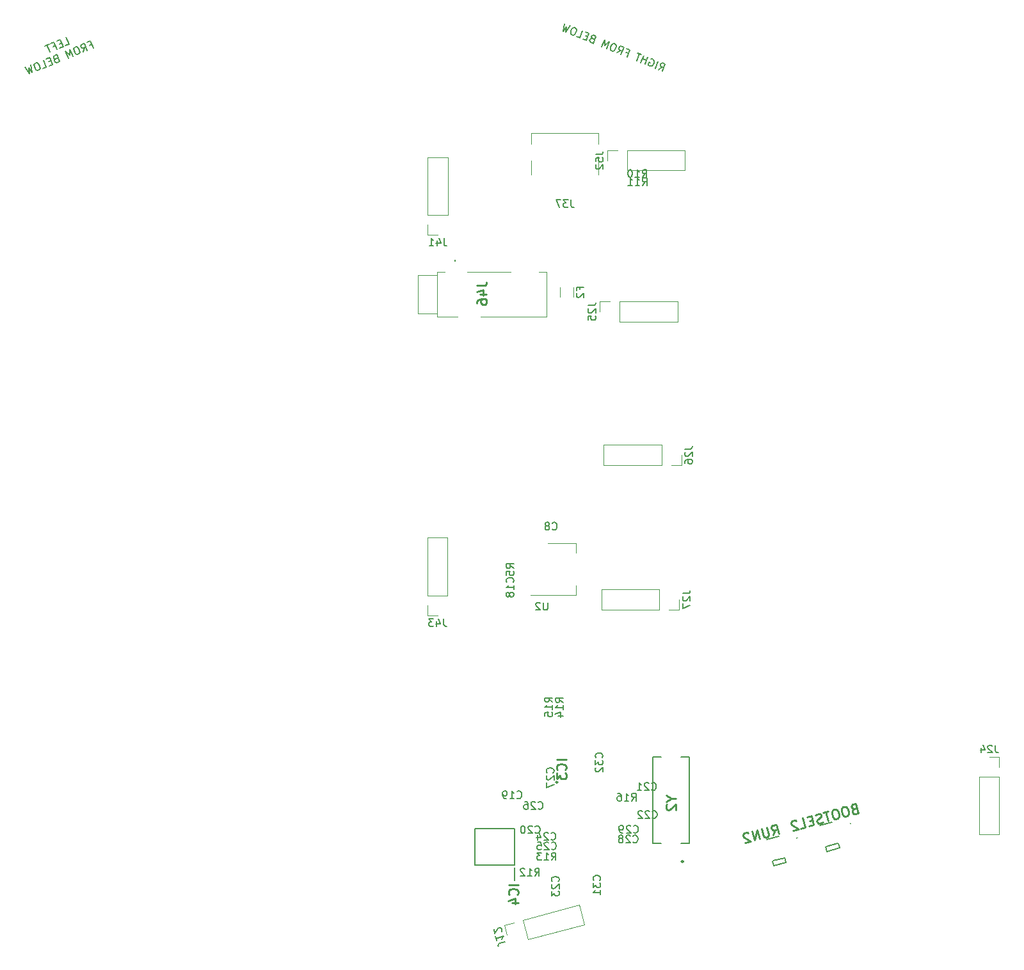
<source format=gbr>
G04 #@! TF.GenerationSoftware,KiCad,Pcbnew,(5.1.4)-1*
G04 #@! TF.CreationDate,2023-02-10T21:18:41-05:00*
G04 #@! TF.ProjectId,ThumbsUp,5468756d-6273-4557-902e-6b696361645f,rev?*
G04 #@! TF.SameCoordinates,Original*
G04 #@! TF.FileFunction,Legend,Bot*
G04 #@! TF.FilePolarity,Positive*
%FSLAX46Y46*%
G04 Gerber Fmt 4.6, Leading zero omitted, Abs format (unit mm)*
G04 Created by KiCad (PCBNEW (5.1.4)-1) date 2023-02-10 21:18:41*
%MOMM*%
%LPD*%
G04 APERTURE LIST*
%ADD10C,0.150000*%
%ADD11C,0.120000*%
%ADD12C,0.200000*%
%ADD13C,0.100000*%
%ADD14C,0.254000*%
G04 APERTURE END LIST*
D10*
X184629295Y-358825026D02*
X185116740Y-358508379D01*
X185159114Y-359039087D02*
X185533721Y-358111903D01*
X185180508Y-357969196D01*
X185074366Y-357977671D01*
X185012376Y-358003984D01*
X184932548Y-358074449D01*
X184879033Y-358206904D01*
X184887508Y-358313045D01*
X184913821Y-358375035D01*
X184984286Y-358454864D01*
X185337499Y-358597571D01*
X184231931Y-358664481D02*
X184606537Y-357737297D01*
X183661515Y-357406842D02*
X183767657Y-357398367D01*
X183900111Y-357451882D01*
X184014728Y-357549549D01*
X184067354Y-357673529D01*
X184075829Y-357779671D01*
X184048627Y-357974116D01*
X183995112Y-358106570D01*
X183879607Y-358265338D01*
X183799778Y-358335803D01*
X183675798Y-358388430D01*
X183525505Y-358379066D01*
X183437202Y-358343389D01*
X183322585Y-358245722D01*
X183296272Y-358183732D01*
X183421141Y-357874671D01*
X183597747Y-357946025D01*
X182863231Y-358111490D02*
X183237837Y-357184306D01*
X183059453Y-357625822D02*
X182529634Y-357411761D01*
X182333411Y-357897429D02*
X182708018Y-356970245D01*
X182398957Y-356845376D02*
X181869137Y-356631315D01*
X181759440Y-357665530D02*
X182134047Y-356738346D01*
X180366205Y-356537679D02*
X180675266Y-356662548D01*
X180479044Y-357148216D02*
X180853650Y-356221032D01*
X180412134Y-356042648D01*
X179154495Y-356613064D02*
X179641941Y-356296416D01*
X179684315Y-356827124D02*
X180058921Y-355899941D01*
X179705708Y-355757233D01*
X179599567Y-355765708D01*
X179537577Y-355792021D01*
X179457748Y-355862486D01*
X179404233Y-355994941D01*
X179412708Y-356101083D01*
X179439021Y-356163073D01*
X179509486Y-356242901D01*
X179862699Y-356385608D01*
X178955131Y-355453980D02*
X178778524Y-355382627D01*
X178672383Y-355391102D01*
X178548403Y-355443728D01*
X178432897Y-355602496D01*
X178308029Y-355911557D01*
X178280827Y-356106002D01*
X178333453Y-356229982D01*
X178403918Y-356309811D01*
X178580524Y-356381164D01*
X178686666Y-356372689D01*
X178810646Y-356320063D01*
X178926151Y-356161295D01*
X179051020Y-355852234D01*
X179078222Y-355657789D01*
X179025596Y-355533809D01*
X178955131Y-355453980D01*
X177785795Y-356060073D02*
X178160402Y-355132889D01*
X177583764Y-355670294D01*
X177542279Y-354883151D01*
X177167673Y-355810335D01*
X175906892Y-354736000D02*
X175756599Y-354726636D01*
X175694609Y-354752949D01*
X175614780Y-354823414D01*
X175561265Y-354955869D01*
X175569740Y-355062011D01*
X175596053Y-355124001D01*
X175666518Y-355203829D01*
X176019731Y-355346536D01*
X176394337Y-354419353D01*
X176085276Y-354294484D01*
X175979134Y-354302959D01*
X175917144Y-354329272D01*
X175837316Y-354399737D01*
X175801639Y-354488040D01*
X175810114Y-354594181D01*
X175836427Y-354656171D01*
X175906892Y-354736000D01*
X176215953Y-354860869D01*
X175288769Y-354486262D02*
X174979708Y-354361393D01*
X174651031Y-354793546D02*
X175092547Y-354971930D01*
X175467153Y-354044746D01*
X175025637Y-353866362D01*
X173812150Y-354454616D02*
X174253666Y-354633000D01*
X174628273Y-353705816D01*
X173701089Y-353331210D02*
X173524483Y-353259856D01*
X173418341Y-353268331D01*
X173294361Y-353320957D01*
X173178856Y-353479725D01*
X173053987Y-353788787D01*
X173026785Y-353983231D01*
X173079411Y-354107211D01*
X173149876Y-354187040D01*
X173326482Y-354258394D01*
X173432624Y-354249919D01*
X173556604Y-354197292D01*
X173672109Y-354038524D01*
X173796978Y-353729463D01*
X173824180Y-353535018D01*
X173771554Y-353411038D01*
X173701089Y-353331210D01*
X172994663Y-353045795D02*
X172399299Y-353883787D01*
X172490268Y-353150159D01*
X172046086Y-353741080D01*
X172199934Y-352724704D01*
X106206513Y-355673139D02*
X106648029Y-355494755D01*
X106273422Y-354567571D01*
X105701229Y-355312340D02*
X105392167Y-355437209D01*
X105455935Y-355976392D02*
X105897451Y-355798008D01*
X105522845Y-354870824D01*
X105081329Y-355049208D01*
X104553287Y-355776139D02*
X104862348Y-355651270D01*
X105058571Y-356136938D02*
X104683964Y-355209754D01*
X104242448Y-355388138D01*
X104021690Y-355477330D02*
X103491870Y-355691391D01*
X104131387Y-356511545D02*
X103756780Y-355584361D01*
X109365791Y-355611343D02*
X109674852Y-355486474D01*
X109871075Y-355972142D02*
X109496468Y-355044958D01*
X109054952Y-355223342D01*
X108546526Y-356507294D02*
X108677204Y-355940909D01*
X109076346Y-356293233D02*
X108701739Y-355366050D01*
X108348526Y-355508757D01*
X108278061Y-355588585D01*
X108251748Y-355650575D01*
X108243273Y-355756717D01*
X108296789Y-355889172D01*
X108376617Y-355959637D01*
X108438607Y-355985950D01*
X108544749Y-355994425D01*
X108897962Y-355851717D01*
X107597949Y-355812010D02*
X107421342Y-355883364D01*
X107350878Y-355963192D01*
X107298251Y-356087172D01*
X107325453Y-356281617D01*
X107450322Y-356590678D01*
X107565827Y-356749446D01*
X107689807Y-356802073D01*
X107795949Y-356810547D01*
X107972555Y-356739194D01*
X108043020Y-356659365D01*
X108095647Y-356535385D01*
X108068445Y-356340940D01*
X107943576Y-356031879D01*
X107828071Y-355873111D01*
X107704090Y-355820485D01*
X107597949Y-355812010D01*
X107177826Y-357060285D02*
X106803220Y-356133101D01*
X106761735Y-356920244D01*
X106185097Y-356382839D01*
X106559704Y-357310023D01*
X104906478Y-357413023D02*
X104791862Y-357510689D01*
X104765549Y-357572679D01*
X104757074Y-357678821D01*
X104810589Y-357811276D01*
X104890417Y-357881741D01*
X104952407Y-357908054D01*
X105058549Y-357916529D01*
X105411762Y-357773821D01*
X105037155Y-356846638D01*
X104728094Y-356971506D01*
X104657629Y-357051335D01*
X104631316Y-357113325D01*
X104622841Y-357219467D01*
X104658518Y-357307770D01*
X104738346Y-357378235D01*
X104800337Y-357404548D01*
X104906478Y-357413023D01*
X105215539Y-357288154D01*
X104288356Y-357662760D02*
X103979294Y-357787629D01*
X104043062Y-358326812D02*
X104484578Y-358148428D01*
X104109971Y-357221244D01*
X103668455Y-357399628D01*
X103204181Y-358665742D02*
X103645697Y-358487358D01*
X103271091Y-357560174D01*
X102343907Y-357934781D02*
X102167301Y-358006134D01*
X102096836Y-358085963D01*
X102044209Y-358209943D01*
X102071411Y-358404388D01*
X102196280Y-358713449D01*
X102311785Y-358872217D01*
X102435766Y-358924843D01*
X102541907Y-358933318D01*
X102718514Y-358861964D01*
X102788978Y-358782136D01*
X102841605Y-358658156D01*
X102814403Y-358463711D01*
X102689534Y-358154650D01*
X102574029Y-357995882D01*
X102450049Y-357943255D01*
X102343907Y-357934781D01*
X101637481Y-358220195D02*
X101791330Y-359236571D01*
X101347147Y-358645650D01*
X101438117Y-359379278D01*
X100842752Y-358541286D01*
D11*
X167805000Y-372720000D02*
X167805000Y-370920000D01*
X167805000Y-367210000D02*
X167805000Y-368670000D01*
X176745000Y-367210000D02*
X176745000Y-368670000D01*
X176745000Y-372720000D02*
X176745000Y-370920000D01*
X176745000Y-367210000D02*
X167805000Y-367210000D01*
X154128726Y-380710794D02*
X155458726Y-380710794D01*
X154128726Y-379380794D02*
X154128726Y-380710794D01*
X154128726Y-378110794D02*
X156788726Y-378110794D01*
X156788726Y-378110794D02*
X156788726Y-370430794D01*
X154128726Y-378110794D02*
X154128726Y-370430794D01*
X154128726Y-370430794D02*
X156788726Y-370430794D01*
D12*
X157750000Y-384150000D02*
G75*
G03X157750000Y-384050000I0J50000D01*
G01*
X157750000Y-384050000D02*
G75*
G03X157750000Y-384150000I0J-50000D01*
G01*
X157750000Y-384150000D02*
G75*
G03X157750000Y-384050000I0J50000D01*
G01*
X157750000Y-384050000D02*
X157750000Y-384050000D01*
X157750000Y-384150000D02*
X157750000Y-384150000D01*
X157750000Y-384050000D02*
X157750000Y-384050000D01*
D13*
X159350000Y-385575000D02*
X165100000Y-385575000D01*
X159350000Y-385575000D02*
X159350000Y-385575000D01*
X165100000Y-385575000D02*
X159350000Y-385575000D01*
X165100000Y-385575000D02*
X165100000Y-385575000D01*
X168850000Y-385575000D02*
X169850000Y-385575000D01*
X168850000Y-385575000D02*
X168850000Y-385575000D01*
X169850000Y-385575000D02*
X168850000Y-385575000D01*
X169850000Y-385575000D02*
X169850000Y-385575000D01*
X169850000Y-391575000D02*
X169850000Y-391575000D01*
X169850000Y-385575000D02*
X169850000Y-391575000D01*
X169850000Y-385575000D02*
X169850000Y-385575000D01*
X169850000Y-391575000D02*
X169850000Y-385575000D01*
X169850000Y-391575000D02*
X161100000Y-391575000D01*
X169850000Y-391575000D02*
X169850000Y-391575000D01*
X161100000Y-391575000D02*
X169850000Y-391575000D01*
X161100000Y-391575000D02*
X161100000Y-391575000D01*
X158100000Y-391575000D02*
X155350000Y-391575000D01*
X158100000Y-391575000D02*
X158100000Y-391575000D01*
X155350000Y-391575000D02*
X158100000Y-391575000D01*
X155350000Y-391575000D02*
X155350000Y-391575000D01*
X155350000Y-391100000D02*
X155350000Y-391100000D01*
X155350000Y-391575000D02*
X155350000Y-391100000D01*
X155350000Y-391575000D02*
X155350000Y-391575000D01*
X155350000Y-391100000D02*
X155350000Y-391575000D01*
X152850000Y-386050000D02*
X155350000Y-386050000D01*
X152850000Y-391075000D02*
X152850000Y-386050000D01*
X155350000Y-391075000D02*
X152850000Y-391075000D01*
X155350000Y-386050000D02*
X155350000Y-391075000D01*
X155350000Y-385575000D02*
X155350000Y-385575000D01*
X155350000Y-386050000D02*
X155350000Y-385575000D01*
X155350000Y-386050000D02*
X155350000Y-386050000D01*
X155350000Y-385575000D02*
X155350000Y-386050000D01*
X155350000Y-385575000D02*
X156350000Y-385575000D01*
X155350000Y-385575000D02*
X155350000Y-385575000D01*
X156350000Y-385575000D02*
X155350000Y-385575000D01*
X156350000Y-385575000D02*
X156350000Y-385575000D01*
D11*
X154082019Y-431060280D02*
X155412019Y-431060280D01*
X154082019Y-429730280D02*
X154082019Y-431060280D01*
X154082019Y-428460280D02*
X156742019Y-428460280D01*
X156742019Y-428460280D02*
X156742019Y-420780280D01*
X154082019Y-428460280D02*
X154082019Y-420780280D01*
X154082019Y-420780280D02*
X156742019Y-420780280D01*
X177880000Y-369530000D02*
X177880000Y-370860000D01*
X179210000Y-369530000D02*
X177880000Y-369530000D01*
X180480000Y-369530000D02*
X180480000Y-372190000D01*
X180480000Y-372190000D02*
X188160000Y-372190000D01*
X180480000Y-369530000D02*
X188160000Y-369530000D01*
X188160000Y-369530000D02*
X188160000Y-372190000D01*
D13*
X209949385Y-458605965D02*
G75*
G03X210045977Y-458580083I48296J12941D01*
G01*
X210045977Y-458580083D02*
G75*
G03X209949385Y-458605965I-48296J-12941D01*
G01*
X210045977Y-458580083D02*
X210045977Y-458580083D01*
X209949385Y-458605965D02*
X209949385Y-458605965D01*
D12*
X207623763Y-458426774D02*
X206029985Y-458853826D01*
X208374338Y-461227959D02*
X206828857Y-461642070D01*
X206948793Y-462282862D02*
X206780561Y-461655011D01*
X208590867Y-461842870D02*
X206948793Y-462282862D01*
X208422635Y-461215018D02*
X208590867Y-461842870D01*
X165580000Y-466125000D02*
X165580000Y-464475000D01*
X160360000Y-464125000D02*
X165640000Y-464125000D01*
X160360000Y-459275000D02*
X160360000Y-464125000D01*
X165640000Y-459275000D02*
X160360000Y-459275000D01*
X165640000Y-464125000D02*
X165640000Y-459275000D01*
D11*
X164222759Y-472042071D02*
X164566989Y-473326752D01*
X165507441Y-471697842D02*
X164222759Y-472042071D01*
X166734166Y-471369141D02*
X167422625Y-473938504D01*
X167422625Y-473938504D02*
X174840935Y-471950774D01*
X166734166Y-471369141D02*
X174152477Y-469381411D01*
X174152477Y-469381411D02*
X174840935Y-471950774D01*
D14*
X171300000Y-453125000D02*
G75*
G03X171300000Y-453125000I-100000J0D01*
G01*
X187935880Y-463630000D02*
G75*
G03X187935880Y-463630000I-125880J0D01*
G01*
D12*
X188700000Y-449825000D02*
X187600000Y-449825000D01*
X183900000Y-449825000D02*
X185000000Y-449825000D01*
X183900000Y-461225000D02*
X185000000Y-461225000D01*
X188700000Y-461225000D02*
X187600000Y-461225000D01*
X183900000Y-461225000D02*
X183900000Y-449825000D01*
X188700000Y-461225000D02*
X188700000Y-449825000D01*
D11*
X176882025Y-389530322D02*
X176882025Y-390860322D01*
X178212025Y-389530322D02*
X176882025Y-389530322D01*
X179482025Y-389530322D02*
X179482025Y-392190322D01*
X179482025Y-392190322D02*
X187162025Y-392190322D01*
X179482025Y-389530322D02*
X187162025Y-389530322D01*
X187162025Y-389530322D02*
X187162025Y-392190322D01*
X229742025Y-449780322D02*
X228412025Y-449780322D01*
X229742025Y-451110322D02*
X229742025Y-449780322D01*
X229742025Y-452380322D02*
X227082025Y-452380322D01*
X227082025Y-452380322D02*
X227082025Y-460060322D01*
X229742025Y-452380322D02*
X229742025Y-460060322D01*
X229742025Y-460060322D02*
X227082025Y-460060322D01*
X187689012Y-411172011D02*
X187689012Y-409842011D01*
X186359012Y-411172011D02*
X187689012Y-411172011D01*
X185089012Y-411172011D02*
X185089012Y-408512011D01*
X185089012Y-408512011D02*
X177409012Y-408512011D01*
X185089012Y-411172011D02*
X177409012Y-411172011D01*
X177409012Y-411172011D02*
X177409012Y-408512011D01*
X187386722Y-430287847D02*
X187386722Y-428957847D01*
X186056722Y-430287847D02*
X187386722Y-430287847D01*
X184786722Y-430287847D02*
X184786722Y-427627847D01*
X184786722Y-427627847D02*
X177106722Y-427627847D01*
X184786722Y-430287847D02*
X177106722Y-430287847D01*
X177106722Y-430287847D02*
X177106722Y-427627847D01*
X167750000Y-428335000D02*
X173760000Y-428335000D01*
X170000000Y-421515000D02*
X173760000Y-421515000D01*
X173760000Y-428335000D02*
X173760000Y-427075000D01*
X173760000Y-421515000D02*
X173760000Y-422775000D01*
D13*
X202899385Y-460505965D02*
G75*
G03X202995977Y-460480083I48296J12941D01*
G01*
X202995977Y-460480083D02*
G75*
G03X202899385Y-460505965I-48296J-12941D01*
G01*
X202995977Y-460480083D02*
X202995977Y-460480083D01*
X202899385Y-460505965D02*
X202899385Y-460505965D01*
D12*
X200573763Y-460326774D02*
X198979985Y-460753826D01*
X201324338Y-463127959D02*
X199778857Y-463542070D01*
X199898793Y-464182862D02*
X199730561Y-463555011D01*
X201540867Y-463742870D02*
X199898793Y-464182862D01*
X201372635Y-463115018D02*
X201540867Y-463742870D01*
D11*
X171615000Y-388877064D02*
X171615000Y-387672936D01*
X173435000Y-388877064D02*
X173435000Y-387672936D01*
D10*
X165532380Y-424833333D02*
X165056190Y-424500000D01*
X165532380Y-424261904D02*
X164532380Y-424261904D01*
X164532380Y-424642857D01*
X164580000Y-424738095D01*
X164627619Y-424785714D01*
X164722857Y-424833333D01*
X164865714Y-424833333D01*
X164960952Y-424785714D01*
X165008571Y-424738095D01*
X165056190Y-424642857D01*
X165056190Y-424261904D01*
X164532380Y-425738095D02*
X164532380Y-425261904D01*
X165008571Y-425214285D01*
X164960952Y-425261904D01*
X164913333Y-425357142D01*
X164913333Y-425595238D01*
X164960952Y-425690476D01*
X165008571Y-425738095D01*
X165103809Y-425785714D01*
X165341904Y-425785714D01*
X165437142Y-425738095D01*
X165484761Y-425690476D01*
X165532380Y-425595238D01*
X165532380Y-425357142D01*
X165484761Y-425261904D01*
X165437142Y-425214285D01*
X173084523Y-376082380D02*
X173084523Y-376796666D01*
X173132142Y-376939523D01*
X173227380Y-377034761D01*
X173370238Y-377082380D01*
X173465476Y-377082380D01*
X172703571Y-376082380D02*
X172084523Y-376082380D01*
X172417857Y-376463333D01*
X172275000Y-376463333D01*
X172179761Y-376510952D01*
X172132142Y-376558571D01*
X172084523Y-376653809D01*
X172084523Y-376891904D01*
X172132142Y-376987142D01*
X172179761Y-377034761D01*
X172275000Y-377082380D01*
X172560714Y-377082380D01*
X172655952Y-377034761D01*
X172703571Y-376987142D01*
X171751190Y-376082380D02*
X171084523Y-376082380D01*
X171513095Y-377082380D01*
X156268249Y-381163174D02*
X156268249Y-381877460D01*
X156315868Y-382020317D01*
X156411106Y-382115555D01*
X156553964Y-382163174D01*
X156649202Y-382163174D01*
X155363487Y-381496508D02*
X155363487Y-382163174D01*
X155601583Y-381115555D02*
X155839678Y-381829841D01*
X155220630Y-381829841D01*
X154315868Y-382163174D02*
X154887297Y-382163174D01*
X154601583Y-382163174D02*
X154601583Y-381163174D01*
X154696821Y-381306032D01*
X154792059Y-381401270D01*
X154887297Y-381448889D01*
D14*
X160654523Y-387421904D02*
X161561666Y-387421904D01*
X161743095Y-387361428D01*
X161864047Y-387240476D01*
X161924523Y-387059047D01*
X161924523Y-386938095D01*
X161077857Y-388570952D02*
X161924523Y-388570952D01*
X160594047Y-388268571D02*
X161501190Y-387966190D01*
X161501190Y-388752380D01*
X160654523Y-389780476D02*
X160654523Y-389538571D01*
X160715000Y-389417619D01*
X160775476Y-389357142D01*
X160956904Y-389236190D01*
X161198809Y-389175714D01*
X161682619Y-389175714D01*
X161803571Y-389236190D01*
X161864047Y-389296666D01*
X161924523Y-389417619D01*
X161924523Y-389659523D01*
X161864047Y-389780476D01*
X161803571Y-389840952D01*
X161682619Y-389901428D01*
X161380238Y-389901428D01*
X161259285Y-389840952D01*
X161198809Y-389780476D01*
X161138333Y-389659523D01*
X161138333Y-389417619D01*
X161198809Y-389296666D01*
X161259285Y-389236190D01*
X161380238Y-389175714D01*
D10*
X156221542Y-431512660D02*
X156221542Y-432226946D01*
X156269161Y-432369803D01*
X156364399Y-432465041D01*
X156507257Y-432512660D01*
X156602495Y-432512660D01*
X155316780Y-431845994D02*
X155316780Y-432512660D01*
X155554876Y-431465041D02*
X155792971Y-432179327D01*
X155173923Y-432179327D01*
X154888209Y-431512660D02*
X154269161Y-431512660D01*
X154602495Y-431893613D01*
X154459638Y-431893613D01*
X154364399Y-431941232D01*
X154316780Y-431988851D01*
X154269161Y-432084089D01*
X154269161Y-432322184D01*
X154316780Y-432417422D01*
X154364399Y-432465041D01*
X154459638Y-432512660D01*
X154745352Y-432512660D01*
X154840590Y-432465041D01*
X154888209Y-432417422D01*
X176332380Y-370050476D02*
X177046666Y-370050476D01*
X177189523Y-370002857D01*
X177284761Y-369907619D01*
X177332380Y-369764761D01*
X177332380Y-369669523D01*
X176332380Y-371002857D02*
X176332380Y-370526666D01*
X176808571Y-370479047D01*
X176760952Y-370526666D01*
X176713333Y-370621904D01*
X176713333Y-370860000D01*
X176760952Y-370955238D01*
X176808571Y-371002857D01*
X176903809Y-371050476D01*
X177141904Y-371050476D01*
X177237142Y-371002857D01*
X177284761Y-370955238D01*
X177332380Y-370860000D01*
X177332380Y-370621904D01*
X177284761Y-370526666D01*
X177237142Y-370479047D01*
X176427619Y-371431428D02*
X176380000Y-371479047D01*
X176332380Y-371574285D01*
X176332380Y-371812380D01*
X176380000Y-371907619D01*
X176427619Y-371955238D01*
X176522857Y-372002857D01*
X176618095Y-372002857D01*
X176760952Y-371955238D01*
X177332380Y-371383809D01*
X177332380Y-372002857D01*
D14*
X210505120Y-456671492D02*
X210345525Y-456776865D01*
X210302762Y-456850933D01*
X210275652Y-456983416D01*
X210322609Y-457158663D01*
X210412329Y-457259841D01*
X210486397Y-457302605D01*
X210618880Y-457329715D01*
X211086205Y-457204496D01*
X210757504Y-455977770D01*
X210348596Y-456087337D01*
X210247417Y-456177057D01*
X210204654Y-456251125D01*
X210177543Y-456383609D01*
X210208848Y-456500440D01*
X210298568Y-456601618D01*
X210372636Y-456644382D01*
X210505120Y-456671492D01*
X210914028Y-456561926D01*
X209297116Y-456369080D02*
X209063454Y-456431690D01*
X208962276Y-456521410D01*
X208876750Y-456669546D01*
X208880944Y-456918860D01*
X208990510Y-457327769D01*
X209111535Y-457545779D01*
X209259671Y-457631305D01*
X209392155Y-457658416D01*
X209625817Y-457595806D01*
X209726995Y-457506086D01*
X209812522Y-457357950D01*
X209808327Y-457108635D01*
X209698761Y-456699727D01*
X209577736Y-456481717D01*
X209429600Y-456396191D01*
X209297116Y-456369080D01*
X208011975Y-456713433D02*
X207778313Y-456776042D01*
X207677134Y-456865763D01*
X207591608Y-457013898D01*
X207595802Y-457263213D01*
X207705369Y-457672121D01*
X207826394Y-457890131D01*
X207974530Y-457975657D01*
X208107013Y-458002768D01*
X208340675Y-457940159D01*
X208441854Y-457850438D01*
X208527380Y-457702302D01*
X208523186Y-457452988D01*
X208413619Y-457044079D01*
X208292594Y-456826070D01*
X208144459Y-456740543D01*
X208011975Y-456713433D01*
X207135742Y-456948219D02*
X206434756Y-457136047D01*
X207113950Y-458268859D02*
X206785249Y-457042133D01*
X206397311Y-458398272D02*
X206237717Y-458503645D01*
X205945639Y-458581907D01*
X205813156Y-458554796D01*
X205739088Y-458512033D01*
X205649368Y-458410854D01*
X205618063Y-458294023D01*
X205645174Y-458161540D01*
X205687937Y-458087472D01*
X205789115Y-457997751D01*
X206007125Y-457876726D01*
X206108304Y-457787006D01*
X206151067Y-457712938D01*
X206178178Y-457580455D01*
X206146873Y-457463624D01*
X206057152Y-457362445D01*
X205983085Y-457319682D01*
X205850601Y-457292571D01*
X205558524Y-457370833D01*
X205398929Y-457476206D01*
X205014061Y-458142817D02*
X204605153Y-458252384D01*
X204602082Y-458941912D02*
X205186238Y-458785388D01*
X204857537Y-457558662D01*
X204273382Y-457715186D01*
X203492188Y-459239307D02*
X204076343Y-459082783D01*
X203747643Y-457856057D01*
X202844299Y-458223326D02*
X202770231Y-458180563D01*
X202637748Y-458153453D01*
X202345670Y-458231715D01*
X202244492Y-458321435D01*
X202201728Y-458395503D01*
X202174618Y-458527986D01*
X202205923Y-458644817D01*
X202311295Y-458804411D01*
X203200110Y-459317569D01*
X202440708Y-459521050D01*
X166099523Y-466685238D02*
X164829523Y-466685238D01*
X165978571Y-468015714D02*
X166039047Y-467955238D01*
X166099523Y-467773809D01*
X166099523Y-467652857D01*
X166039047Y-467471428D01*
X165918095Y-467350476D01*
X165797142Y-467290000D01*
X165555238Y-467229523D01*
X165373809Y-467229523D01*
X165131904Y-467290000D01*
X165010952Y-467350476D01*
X164890000Y-467471428D01*
X164829523Y-467652857D01*
X164829523Y-467773809D01*
X164890000Y-467955238D01*
X164950476Y-468015714D01*
X165252857Y-469104285D02*
X166099523Y-469104285D01*
X164769047Y-468801904D02*
X165676190Y-468499523D01*
X165676190Y-469285714D01*
D10*
X164339542Y-474225776D02*
X163649595Y-474410647D01*
X163523930Y-474493618D01*
X163456587Y-474610260D01*
X163447565Y-474760574D01*
X163472214Y-474852567D01*
X163114797Y-473518669D02*
X163262694Y-474070627D01*
X163188745Y-473794648D02*
X164154671Y-473535829D01*
X164041331Y-473664796D01*
X163973988Y-473781439D01*
X163952641Y-473885756D01*
X163890132Y-472916528D02*
X163923804Y-472858207D01*
X163945151Y-472753889D01*
X163883528Y-472523907D01*
X163812882Y-472444239D01*
X163754560Y-472410567D01*
X163650243Y-472389220D01*
X163558250Y-472413869D01*
X163432585Y-472496840D01*
X163028524Y-473196694D01*
X162868303Y-472598740D01*
D14*
X172449523Y-450160238D02*
X171179523Y-450160238D01*
X172328571Y-451490714D02*
X172389047Y-451430238D01*
X172449523Y-451248809D01*
X172449523Y-451127857D01*
X172389047Y-450946428D01*
X172268095Y-450825476D01*
X172147142Y-450765000D01*
X171905238Y-450704523D01*
X171723809Y-450704523D01*
X171481904Y-450765000D01*
X171360952Y-450825476D01*
X171240000Y-450946428D01*
X171179523Y-451127857D01*
X171179523Y-451248809D01*
X171240000Y-451430238D01*
X171300476Y-451490714D01*
X171179523Y-451914047D02*
X171179523Y-452700238D01*
X171663333Y-452276904D01*
X171663333Y-452458333D01*
X171723809Y-452579285D01*
X171784285Y-452639761D01*
X171905238Y-452700238D01*
X172207619Y-452700238D01*
X172328571Y-452639761D01*
X172389047Y-452579285D01*
X172449523Y-452458333D01*
X172449523Y-452095476D01*
X172389047Y-451974523D01*
X172328571Y-451914047D01*
X186320021Y-455292068D02*
X186924783Y-455292068D01*
X185654783Y-454868734D02*
X186320021Y-455292068D01*
X185654783Y-455715401D01*
X185775736Y-456078258D02*
X185715260Y-456138734D01*
X185654783Y-456259687D01*
X185654783Y-456562068D01*
X185715260Y-456683020D01*
X185775736Y-456743496D01*
X185896688Y-456803972D01*
X186017640Y-456803972D01*
X186199069Y-456743496D01*
X186924783Y-456017782D01*
X186924783Y-456803972D01*
D10*
X175334405Y-390050798D02*
X176048691Y-390050798D01*
X176191548Y-390003179D01*
X176286786Y-389907941D01*
X176334405Y-389765083D01*
X176334405Y-389669845D01*
X175429644Y-390479369D02*
X175382025Y-390526988D01*
X175334405Y-390622226D01*
X175334405Y-390860322D01*
X175382025Y-390955560D01*
X175429644Y-391003179D01*
X175524882Y-391050798D01*
X175620120Y-391050798D01*
X175762977Y-391003179D01*
X176334405Y-390431750D01*
X176334405Y-391050798D01*
X175334405Y-391955560D02*
X175334405Y-391479369D01*
X175810596Y-391431750D01*
X175762977Y-391479369D01*
X175715358Y-391574607D01*
X175715358Y-391812702D01*
X175762977Y-391907941D01*
X175810596Y-391955560D01*
X175905834Y-392003179D01*
X176143929Y-392003179D01*
X176239167Y-391955560D01*
X176286786Y-391907941D01*
X176334405Y-391812702D01*
X176334405Y-391574607D01*
X176286786Y-391479369D01*
X176239167Y-391431750D01*
X229221548Y-448232702D02*
X229221548Y-448946988D01*
X229269167Y-449089845D01*
X229364405Y-449185083D01*
X229507263Y-449232702D01*
X229602501Y-449232702D01*
X228792977Y-448327941D02*
X228745358Y-448280322D01*
X228650120Y-448232702D01*
X228412025Y-448232702D01*
X228316786Y-448280322D01*
X228269167Y-448327941D01*
X228221548Y-448423179D01*
X228221548Y-448518417D01*
X228269167Y-448661274D01*
X228840596Y-449232702D01*
X228221548Y-449232702D01*
X227364405Y-448566036D02*
X227364405Y-449232702D01*
X227602501Y-448185083D02*
X227840596Y-448899369D01*
X227221548Y-448899369D01*
X188141392Y-409032487D02*
X188855678Y-409032487D01*
X188998535Y-408984868D01*
X189093773Y-408889630D01*
X189141392Y-408746772D01*
X189141392Y-408651534D01*
X188236631Y-409461058D02*
X188189012Y-409508677D01*
X188141392Y-409603915D01*
X188141392Y-409842011D01*
X188189012Y-409937249D01*
X188236631Y-409984868D01*
X188331869Y-410032487D01*
X188427107Y-410032487D01*
X188569964Y-409984868D01*
X189141392Y-409413439D01*
X189141392Y-410032487D01*
X188141392Y-410889630D02*
X188141392Y-410699153D01*
X188189012Y-410603915D01*
X188236631Y-410556296D01*
X188379488Y-410461058D01*
X188569964Y-410413439D01*
X188950916Y-410413439D01*
X189046154Y-410461058D01*
X189093773Y-410508677D01*
X189141392Y-410603915D01*
X189141392Y-410794391D01*
X189093773Y-410889630D01*
X189046154Y-410937249D01*
X188950916Y-410984868D01*
X188712821Y-410984868D01*
X188617583Y-410937249D01*
X188569964Y-410889630D01*
X188522345Y-410794391D01*
X188522345Y-410603915D01*
X188569964Y-410508677D01*
X188617583Y-410461058D01*
X188712821Y-410413439D01*
X187839102Y-428148323D02*
X188553388Y-428148323D01*
X188696245Y-428100704D01*
X188791483Y-428005466D01*
X188839102Y-427862608D01*
X188839102Y-427767370D01*
X187934341Y-428576894D02*
X187886722Y-428624513D01*
X187839102Y-428719751D01*
X187839102Y-428957847D01*
X187886722Y-429053085D01*
X187934341Y-429100704D01*
X188029579Y-429148323D01*
X188124817Y-429148323D01*
X188267674Y-429100704D01*
X188839102Y-428529275D01*
X188839102Y-429148323D01*
X187839102Y-429481656D02*
X187839102Y-430148323D01*
X188839102Y-429719751D01*
X169986904Y-429352380D02*
X169986904Y-430161904D01*
X169939285Y-430257142D01*
X169891666Y-430304761D01*
X169796428Y-430352380D01*
X169605952Y-430352380D01*
X169510714Y-430304761D01*
X169463095Y-430257142D01*
X169415476Y-430161904D01*
X169415476Y-429352380D01*
X168986904Y-429447619D02*
X168939285Y-429400000D01*
X168844047Y-429352380D01*
X168605952Y-429352380D01*
X168510714Y-429400000D01*
X168463095Y-429447619D01*
X168415476Y-429542857D01*
X168415476Y-429638095D01*
X168463095Y-429780952D01*
X169034523Y-430352380D01*
X168415476Y-430352380D01*
D14*
X199838293Y-460155811D02*
X200090678Y-459462089D01*
X200539279Y-459967982D02*
X200210579Y-458741256D01*
X199743255Y-458866476D01*
X199642076Y-458956196D01*
X199599313Y-459030264D01*
X199572202Y-459162747D01*
X199619159Y-459337994D01*
X199708880Y-459439172D01*
X199782948Y-459481936D01*
X199915431Y-459509046D01*
X200382755Y-459383827D01*
X198983853Y-459069957D02*
X199249944Y-460063020D01*
X199222833Y-460195504D01*
X199180070Y-460269572D01*
X199078891Y-460359292D01*
X198845229Y-460421902D01*
X198712746Y-460394791D01*
X198638678Y-460352028D01*
X198548957Y-460250849D01*
X198282867Y-459257785D01*
X198027412Y-460641035D02*
X197698712Y-459414309D01*
X197326426Y-460828864D01*
X196997726Y-459602138D01*
X196503291Y-459859840D02*
X196429223Y-459817077D01*
X196296739Y-459789967D01*
X196004662Y-459868229D01*
X195903483Y-459957949D01*
X195860720Y-460032017D01*
X195833609Y-460164500D01*
X195864914Y-460281331D01*
X195970287Y-460440925D01*
X196859102Y-460954083D01*
X196099700Y-461157564D01*
D10*
X170442857Y-460707142D02*
X170490476Y-460754761D01*
X170633333Y-460802380D01*
X170728571Y-460802380D01*
X170871428Y-460754761D01*
X170966666Y-460659523D01*
X171014285Y-460564285D01*
X171061904Y-460373809D01*
X171061904Y-460230952D01*
X171014285Y-460040476D01*
X170966666Y-459945238D01*
X170871428Y-459850000D01*
X170728571Y-459802380D01*
X170633333Y-459802380D01*
X170490476Y-459850000D01*
X170442857Y-459897619D01*
X170061904Y-459897619D02*
X170014285Y-459850000D01*
X169919047Y-459802380D01*
X169680952Y-459802380D01*
X169585714Y-459850000D01*
X169538095Y-459897619D01*
X169490476Y-459992857D01*
X169490476Y-460088095D01*
X169538095Y-460230952D01*
X170109523Y-460802380D01*
X169490476Y-460802380D01*
X168633333Y-460135714D02*
X168633333Y-460802380D01*
X168871428Y-459754761D02*
X169109523Y-460469047D01*
X168490476Y-460469047D01*
X168342857Y-459807142D02*
X168390476Y-459854761D01*
X168533333Y-459902380D01*
X168628571Y-459902380D01*
X168771428Y-459854761D01*
X168866666Y-459759523D01*
X168914285Y-459664285D01*
X168961904Y-459473809D01*
X168961904Y-459330952D01*
X168914285Y-459140476D01*
X168866666Y-459045238D01*
X168771428Y-458950000D01*
X168628571Y-458902380D01*
X168533333Y-458902380D01*
X168390476Y-458950000D01*
X168342857Y-458997619D01*
X167961904Y-458997619D02*
X167914285Y-458950000D01*
X167819047Y-458902380D01*
X167580952Y-458902380D01*
X167485714Y-458950000D01*
X167438095Y-458997619D01*
X167390476Y-459092857D01*
X167390476Y-459188095D01*
X167438095Y-459330952D01*
X168009523Y-459902380D01*
X167390476Y-459902380D01*
X166771428Y-458902380D02*
X166676190Y-458902380D01*
X166580952Y-458950000D01*
X166533333Y-458997619D01*
X166485714Y-459092857D01*
X166438095Y-459283333D01*
X166438095Y-459521428D01*
X166485714Y-459711904D01*
X166533333Y-459807142D01*
X166580952Y-459854761D01*
X166676190Y-459902380D01*
X166771428Y-459902380D01*
X166866666Y-459854761D01*
X166914285Y-459807142D01*
X166961904Y-459711904D01*
X167009523Y-459521428D01*
X167009523Y-459283333D01*
X166961904Y-459092857D01*
X166914285Y-458997619D01*
X166866666Y-458950000D01*
X166771428Y-458902380D01*
X165942857Y-455207142D02*
X165990476Y-455254761D01*
X166133333Y-455302380D01*
X166228571Y-455302380D01*
X166371428Y-455254761D01*
X166466666Y-455159523D01*
X166514285Y-455064285D01*
X166561904Y-454873809D01*
X166561904Y-454730952D01*
X166514285Y-454540476D01*
X166466666Y-454445238D01*
X166371428Y-454350000D01*
X166228571Y-454302380D01*
X166133333Y-454302380D01*
X165990476Y-454350000D01*
X165942857Y-454397619D01*
X164990476Y-455302380D02*
X165561904Y-455302380D01*
X165276190Y-455302380D02*
X165276190Y-454302380D01*
X165371428Y-454445238D01*
X165466666Y-454540476D01*
X165561904Y-454588095D01*
X164514285Y-455302380D02*
X164323809Y-455302380D01*
X164228571Y-455254761D01*
X164180952Y-455207142D01*
X164085714Y-455064285D01*
X164038095Y-454873809D01*
X164038095Y-454492857D01*
X164085714Y-454397619D01*
X164133333Y-454350000D01*
X164228571Y-454302380D01*
X164419047Y-454302380D01*
X164514285Y-454350000D01*
X164561904Y-454397619D01*
X164609523Y-454492857D01*
X164609523Y-454730952D01*
X164561904Y-454826190D01*
X164514285Y-454873809D01*
X164419047Y-454921428D01*
X164228571Y-454921428D01*
X164133333Y-454873809D01*
X164085714Y-454826190D01*
X164038095Y-454730952D01*
X171407142Y-466257142D02*
X171454761Y-466209523D01*
X171502380Y-466066666D01*
X171502380Y-465971428D01*
X171454761Y-465828571D01*
X171359523Y-465733333D01*
X171264285Y-465685714D01*
X171073809Y-465638095D01*
X170930952Y-465638095D01*
X170740476Y-465685714D01*
X170645238Y-465733333D01*
X170550000Y-465828571D01*
X170502380Y-465971428D01*
X170502380Y-466066666D01*
X170550000Y-466209523D01*
X170597619Y-466257142D01*
X170597619Y-466638095D02*
X170550000Y-466685714D01*
X170502380Y-466780952D01*
X170502380Y-467019047D01*
X170550000Y-467114285D01*
X170597619Y-467161904D01*
X170692857Y-467209523D01*
X170788095Y-467209523D01*
X170930952Y-467161904D01*
X171502380Y-466590476D01*
X171502380Y-467209523D01*
X170502380Y-467542857D02*
X170502380Y-468161904D01*
X170883333Y-467828571D01*
X170883333Y-467971428D01*
X170930952Y-468066666D01*
X170978571Y-468114285D01*
X171073809Y-468161904D01*
X171311904Y-468161904D01*
X171407142Y-468114285D01*
X171454761Y-468066666D01*
X171502380Y-467971428D01*
X171502380Y-467685714D01*
X171454761Y-467590476D01*
X171407142Y-467542857D01*
X183842857Y-457807142D02*
X183890476Y-457854761D01*
X184033333Y-457902380D01*
X184128571Y-457902380D01*
X184271428Y-457854761D01*
X184366666Y-457759523D01*
X184414285Y-457664285D01*
X184461904Y-457473809D01*
X184461904Y-457330952D01*
X184414285Y-457140476D01*
X184366666Y-457045238D01*
X184271428Y-456950000D01*
X184128571Y-456902380D01*
X184033333Y-456902380D01*
X183890476Y-456950000D01*
X183842857Y-456997619D01*
X183461904Y-456997619D02*
X183414285Y-456950000D01*
X183319047Y-456902380D01*
X183080952Y-456902380D01*
X182985714Y-456950000D01*
X182938095Y-456997619D01*
X182890476Y-457092857D01*
X182890476Y-457188095D01*
X182938095Y-457330952D01*
X183509523Y-457902380D01*
X182890476Y-457902380D01*
X182509523Y-456997619D02*
X182461904Y-456950000D01*
X182366666Y-456902380D01*
X182128571Y-456902380D01*
X182033333Y-456950000D01*
X181985714Y-456997619D01*
X181938095Y-457092857D01*
X181938095Y-457188095D01*
X181985714Y-457330952D01*
X182557142Y-457902380D01*
X181938095Y-457902380D01*
X170606666Y-419662142D02*
X170654285Y-419709761D01*
X170797142Y-419757380D01*
X170892380Y-419757380D01*
X171035238Y-419709761D01*
X171130476Y-419614523D01*
X171178095Y-419519285D01*
X171225714Y-419328809D01*
X171225714Y-419185952D01*
X171178095Y-418995476D01*
X171130476Y-418900238D01*
X171035238Y-418805000D01*
X170892380Y-418757380D01*
X170797142Y-418757380D01*
X170654285Y-418805000D01*
X170606666Y-418852619D01*
X170035238Y-419185952D02*
X170130476Y-419138333D01*
X170178095Y-419090714D01*
X170225714Y-418995476D01*
X170225714Y-418947857D01*
X170178095Y-418852619D01*
X170130476Y-418805000D01*
X170035238Y-418757380D01*
X169844761Y-418757380D01*
X169749523Y-418805000D01*
X169701904Y-418852619D01*
X169654285Y-418947857D01*
X169654285Y-418995476D01*
X169701904Y-419090714D01*
X169749523Y-419138333D01*
X169844761Y-419185952D01*
X170035238Y-419185952D01*
X170130476Y-419233571D01*
X170178095Y-419281190D01*
X170225714Y-419376428D01*
X170225714Y-419566904D01*
X170178095Y-419662142D01*
X170130476Y-419709761D01*
X170035238Y-419757380D01*
X169844761Y-419757380D01*
X169749523Y-419709761D01*
X169701904Y-419662142D01*
X169654285Y-419566904D01*
X169654285Y-419376428D01*
X169701904Y-419281190D01*
X169749523Y-419233571D01*
X169844761Y-419185952D01*
X165407142Y-426682142D02*
X165454761Y-426634523D01*
X165502380Y-426491666D01*
X165502380Y-426396428D01*
X165454761Y-426253571D01*
X165359523Y-426158333D01*
X165264285Y-426110714D01*
X165073809Y-426063095D01*
X164930952Y-426063095D01*
X164740476Y-426110714D01*
X164645238Y-426158333D01*
X164550000Y-426253571D01*
X164502380Y-426396428D01*
X164502380Y-426491666D01*
X164550000Y-426634523D01*
X164597619Y-426682142D01*
X165502380Y-427634523D02*
X165502380Y-427063095D01*
X165502380Y-427348809D02*
X164502380Y-427348809D01*
X164645238Y-427253571D01*
X164740476Y-427158333D01*
X164788095Y-427063095D01*
X164930952Y-428205952D02*
X164883333Y-428110714D01*
X164835714Y-428063095D01*
X164740476Y-428015476D01*
X164692857Y-428015476D01*
X164597619Y-428063095D01*
X164550000Y-428110714D01*
X164502380Y-428205952D01*
X164502380Y-428396428D01*
X164550000Y-428491666D01*
X164597619Y-428539285D01*
X164692857Y-428586904D01*
X164740476Y-428586904D01*
X164835714Y-428539285D01*
X164883333Y-428491666D01*
X164930952Y-428396428D01*
X164930952Y-428205952D01*
X164978571Y-428110714D01*
X165026190Y-428063095D01*
X165121428Y-428015476D01*
X165311904Y-428015476D01*
X165407142Y-428063095D01*
X165454761Y-428110714D01*
X165502380Y-428205952D01*
X165502380Y-428396428D01*
X165454761Y-428491666D01*
X165407142Y-428539285D01*
X165311904Y-428586904D01*
X165121428Y-428586904D01*
X165026190Y-428539285D01*
X164978571Y-428491666D01*
X164930952Y-428396428D01*
X183742857Y-454107142D02*
X183790476Y-454154761D01*
X183933333Y-454202380D01*
X184028571Y-454202380D01*
X184171428Y-454154761D01*
X184266666Y-454059523D01*
X184314285Y-453964285D01*
X184361904Y-453773809D01*
X184361904Y-453630952D01*
X184314285Y-453440476D01*
X184266666Y-453345238D01*
X184171428Y-453250000D01*
X184028571Y-453202380D01*
X183933333Y-453202380D01*
X183790476Y-453250000D01*
X183742857Y-453297619D01*
X183361904Y-453297619D02*
X183314285Y-453250000D01*
X183219047Y-453202380D01*
X182980952Y-453202380D01*
X182885714Y-453250000D01*
X182838095Y-453297619D01*
X182790476Y-453392857D01*
X182790476Y-453488095D01*
X182838095Y-453630952D01*
X183409523Y-454202380D01*
X182790476Y-454202380D01*
X181838095Y-454202380D02*
X182409523Y-454202380D01*
X182123809Y-454202380D02*
X182123809Y-453202380D01*
X182219047Y-453345238D01*
X182314285Y-453440476D01*
X182409523Y-453488095D01*
X172027380Y-442567142D02*
X171551190Y-442233809D01*
X172027380Y-441995714D02*
X171027380Y-441995714D01*
X171027380Y-442376666D01*
X171075000Y-442471904D01*
X171122619Y-442519523D01*
X171217857Y-442567142D01*
X171360714Y-442567142D01*
X171455952Y-442519523D01*
X171503571Y-442471904D01*
X171551190Y-442376666D01*
X171551190Y-441995714D01*
X172027380Y-443519523D02*
X172027380Y-442948095D01*
X172027380Y-443233809D02*
X171027380Y-443233809D01*
X171170238Y-443138571D01*
X171265476Y-443043333D01*
X171313095Y-442948095D01*
X171360714Y-444376666D02*
X172027380Y-444376666D01*
X170979761Y-444138571D02*
X171694047Y-443900476D01*
X171694047Y-444519523D01*
X168292857Y-465527380D02*
X168626190Y-465051190D01*
X168864285Y-465527380D02*
X168864285Y-464527380D01*
X168483333Y-464527380D01*
X168388095Y-464575000D01*
X168340476Y-464622619D01*
X168292857Y-464717857D01*
X168292857Y-464860714D01*
X168340476Y-464955952D01*
X168388095Y-465003571D01*
X168483333Y-465051190D01*
X168864285Y-465051190D01*
X167340476Y-465527380D02*
X167911904Y-465527380D01*
X167626190Y-465527380D02*
X167626190Y-464527380D01*
X167721428Y-464670238D01*
X167816666Y-464765476D01*
X167911904Y-464813095D01*
X166959523Y-464622619D02*
X166911904Y-464575000D01*
X166816666Y-464527380D01*
X166578571Y-464527380D01*
X166483333Y-464575000D01*
X166435714Y-464622619D01*
X166388095Y-464717857D01*
X166388095Y-464813095D01*
X166435714Y-464955952D01*
X167007142Y-465527380D01*
X166388095Y-465527380D01*
X177202142Y-449867142D02*
X177249761Y-449819523D01*
X177297380Y-449676666D01*
X177297380Y-449581428D01*
X177249761Y-449438571D01*
X177154523Y-449343333D01*
X177059285Y-449295714D01*
X176868809Y-449248095D01*
X176725952Y-449248095D01*
X176535476Y-449295714D01*
X176440238Y-449343333D01*
X176345000Y-449438571D01*
X176297380Y-449581428D01*
X176297380Y-449676666D01*
X176345000Y-449819523D01*
X176392619Y-449867142D01*
X176297380Y-450200476D02*
X176297380Y-450819523D01*
X176678333Y-450486190D01*
X176678333Y-450629047D01*
X176725952Y-450724285D01*
X176773571Y-450771904D01*
X176868809Y-450819523D01*
X177106904Y-450819523D01*
X177202142Y-450771904D01*
X177249761Y-450724285D01*
X177297380Y-450629047D01*
X177297380Y-450343333D01*
X177249761Y-450248095D01*
X177202142Y-450200476D01*
X176392619Y-451200476D02*
X176345000Y-451248095D01*
X176297380Y-451343333D01*
X176297380Y-451581428D01*
X176345000Y-451676666D01*
X176392619Y-451724285D01*
X176487857Y-451771904D01*
X176583095Y-451771904D01*
X176725952Y-451724285D01*
X177297380Y-451152857D01*
X177297380Y-451771904D01*
X176895142Y-466107142D02*
X176942761Y-466059523D01*
X176990380Y-465916666D01*
X176990380Y-465821428D01*
X176942761Y-465678571D01*
X176847523Y-465583333D01*
X176752285Y-465535714D01*
X176561809Y-465488095D01*
X176418952Y-465488095D01*
X176228476Y-465535714D01*
X176133238Y-465583333D01*
X176038000Y-465678571D01*
X175990380Y-465821428D01*
X175990380Y-465916666D01*
X176038000Y-466059523D01*
X176085619Y-466107142D01*
X175990380Y-466440476D02*
X175990380Y-467059523D01*
X176371333Y-466726190D01*
X176371333Y-466869047D01*
X176418952Y-466964285D01*
X176466571Y-467011904D01*
X176561809Y-467059523D01*
X176799904Y-467059523D01*
X176895142Y-467011904D01*
X176942761Y-466964285D01*
X176990380Y-466869047D01*
X176990380Y-466583333D01*
X176942761Y-466488095D01*
X176895142Y-466440476D01*
X176990380Y-468011904D02*
X176990380Y-467440476D01*
X176990380Y-467726190D02*
X175990380Y-467726190D01*
X176133238Y-467630952D01*
X176228476Y-467535714D01*
X176276095Y-467440476D01*
X181092857Y-455602380D02*
X181426190Y-455126190D01*
X181664285Y-455602380D02*
X181664285Y-454602380D01*
X181283333Y-454602380D01*
X181188095Y-454650000D01*
X181140476Y-454697619D01*
X181092857Y-454792857D01*
X181092857Y-454935714D01*
X181140476Y-455030952D01*
X181188095Y-455078571D01*
X181283333Y-455126190D01*
X181664285Y-455126190D01*
X180140476Y-455602380D02*
X180711904Y-455602380D01*
X180426190Y-455602380D02*
X180426190Y-454602380D01*
X180521428Y-454745238D01*
X180616666Y-454840476D01*
X180711904Y-454888095D01*
X179283333Y-454602380D02*
X179473809Y-454602380D01*
X179569047Y-454650000D01*
X179616666Y-454697619D01*
X179711904Y-454840476D01*
X179759523Y-455030952D01*
X179759523Y-455411904D01*
X179711904Y-455507142D01*
X179664285Y-455554761D01*
X179569047Y-455602380D01*
X179378571Y-455602380D01*
X179283333Y-455554761D01*
X179235714Y-455507142D01*
X179188095Y-455411904D01*
X179188095Y-455173809D01*
X179235714Y-455078571D01*
X179283333Y-455030952D01*
X179378571Y-454983333D01*
X179569047Y-454983333D01*
X179664285Y-455030952D01*
X179711904Y-455078571D01*
X179759523Y-455173809D01*
X170627380Y-442542142D02*
X170151190Y-442208809D01*
X170627380Y-441970714D02*
X169627380Y-441970714D01*
X169627380Y-442351666D01*
X169675000Y-442446904D01*
X169722619Y-442494523D01*
X169817857Y-442542142D01*
X169960714Y-442542142D01*
X170055952Y-442494523D01*
X170103571Y-442446904D01*
X170151190Y-442351666D01*
X170151190Y-441970714D01*
X170627380Y-443494523D02*
X170627380Y-442923095D01*
X170627380Y-443208809D02*
X169627380Y-443208809D01*
X169770238Y-443113571D01*
X169865476Y-443018333D01*
X169913095Y-442923095D01*
X169627380Y-444399285D02*
X169627380Y-443923095D01*
X170103571Y-443875476D01*
X170055952Y-443923095D01*
X170008333Y-444018333D01*
X170008333Y-444256428D01*
X170055952Y-444351666D01*
X170103571Y-444399285D01*
X170198809Y-444446904D01*
X170436904Y-444446904D01*
X170532142Y-444399285D01*
X170579761Y-444351666D01*
X170627380Y-444256428D01*
X170627380Y-444018333D01*
X170579761Y-443923095D01*
X170532142Y-443875476D01*
X181342857Y-459757142D02*
X181390476Y-459804761D01*
X181533333Y-459852380D01*
X181628571Y-459852380D01*
X181771428Y-459804761D01*
X181866666Y-459709523D01*
X181914285Y-459614285D01*
X181961904Y-459423809D01*
X181961904Y-459280952D01*
X181914285Y-459090476D01*
X181866666Y-458995238D01*
X181771428Y-458900000D01*
X181628571Y-458852380D01*
X181533333Y-458852380D01*
X181390476Y-458900000D01*
X181342857Y-458947619D01*
X180961904Y-458947619D02*
X180914285Y-458900000D01*
X180819047Y-458852380D01*
X180580952Y-458852380D01*
X180485714Y-458900000D01*
X180438095Y-458947619D01*
X180390476Y-459042857D01*
X180390476Y-459138095D01*
X180438095Y-459280952D01*
X181009523Y-459852380D01*
X180390476Y-459852380D01*
X179914285Y-459852380D02*
X179723809Y-459852380D01*
X179628571Y-459804761D01*
X179580952Y-459757142D01*
X179485714Y-459614285D01*
X179438095Y-459423809D01*
X179438095Y-459042857D01*
X179485714Y-458947619D01*
X179533333Y-458900000D01*
X179628571Y-458852380D01*
X179819047Y-458852380D01*
X179914285Y-458900000D01*
X179961904Y-458947619D01*
X180009523Y-459042857D01*
X180009523Y-459280952D01*
X179961904Y-459376190D01*
X179914285Y-459423809D01*
X179819047Y-459471428D01*
X179628571Y-459471428D01*
X179533333Y-459423809D01*
X179485714Y-459376190D01*
X179438095Y-459280952D01*
X170492857Y-463452380D02*
X170826190Y-462976190D01*
X171064285Y-463452380D02*
X171064285Y-462452380D01*
X170683333Y-462452380D01*
X170588095Y-462500000D01*
X170540476Y-462547619D01*
X170492857Y-462642857D01*
X170492857Y-462785714D01*
X170540476Y-462880952D01*
X170588095Y-462928571D01*
X170683333Y-462976190D01*
X171064285Y-462976190D01*
X169540476Y-463452380D02*
X170111904Y-463452380D01*
X169826190Y-463452380D02*
X169826190Y-462452380D01*
X169921428Y-462595238D01*
X170016666Y-462690476D01*
X170111904Y-462738095D01*
X169207142Y-462452380D02*
X168588095Y-462452380D01*
X168921428Y-462833333D01*
X168778571Y-462833333D01*
X168683333Y-462880952D01*
X168635714Y-462928571D01*
X168588095Y-463023809D01*
X168588095Y-463261904D01*
X168635714Y-463357142D01*
X168683333Y-463404761D01*
X168778571Y-463452380D01*
X169064285Y-463452380D01*
X169159523Y-463404761D01*
X169207142Y-463357142D01*
X181292857Y-461057142D02*
X181340476Y-461104761D01*
X181483333Y-461152380D01*
X181578571Y-461152380D01*
X181721428Y-461104761D01*
X181816666Y-461009523D01*
X181864285Y-460914285D01*
X181911904Y-460723809D01*
X181911904Y-460580952D01*
X181864285Y-460390476D01*
X181816666Y-460295238D01*
X181721428Y-460200000D01*
X181578571Y-460152380D01*
X181483333Y-460152380D01*
X181340476Y-460200000D01*
X181292857Y-460247619D01*
X180911904Y-460247619D02*
X180864285Y-460200000D01*
X180769047Y-460152380D01*
X180530952Y-460152380D01*
X180435714Y-460200000D01*
X180388095Y-460247619D01*
X180340476Y-460342857D01*
X180340476Y-460438095D01*
X180388095Y-460580952D01*
X180959523Y-461152380D01*
X180340476Y-461152380D01*
X179769047Y-460580952D02*
X179864285Y-460533333D01*
X179911904Y-460485714D01*
X179959523Y-460390476D01*
X179959523Y-460342857D01*
X179911904Y-460247619D01*
X179864285Y-460200000D01*
X179769047Y-460152380D01*
X179578571Y-460152380D01*
X179483333Y-460200000D01*
X179435714Y-460247619D01*
X179388095Y-460342857D01*
X179388095Y-460390476D01*
X179435714Y-460485714D01*
X179483333Y-460533333D01*
X179578571Y-460580952D01*
X179769047Y-460580952D01*
X179864285Y-460628571D01*
X179911904Y-460676190D01*
X179959523Y-460771428D01*
X179959523Y-460961904D01*
X179911904Y-461057142D01*
X179864285Y-461104761D01*
X179769047Y-461152380D01*
X179578571Y-461152380D01*
X179483333Y-461104761D01*
X179435714Y-461057142D01*
X179388095Y-460961904D01*
X179388095Y-460771428D01*
X179435714Y-460676190D01*
X179483333Y-460628571D01*
X179578571Y-460580952D01*
X170727142Y-451872142D02*
X170774761Y-451824523D01*
X170822380Y-451681666D01*
X170822380Y-451586428D01*
X170774761Y-451443571D01*
X170679523Y-451348333D01*
X170584285Y-451300714D01*
X170393809Y-451253095D01*
X170250952Y-451253095D01*
X170060476Y-451300714D01*
X169965238Y-451348333D01*
X169870000Y-451443571D01*
X169822380Y-451586428D01*
X169822380Y-451681666D01*
X169870000Y-451824523D01*
X169917619Y-451872142D01*
X169917619Y-452253095D02*
X169870000Y-452300714D01*
X169822380Y-452395952D01*
X169822380Y-452634047D01*
X169870000Y-452729285D01*
X169917619Y-452776904D01*
X170012857Y-452824523D01*
X170108095Y-452824523D01*
X170250952Y-452776904D01*
X170822380Y-452205476D01*
X170822380Y-452824523D01*
X169822380Y-453157857D02*
X169822380Y-453824523D01*
X170822380Y-453395952D01*
X170492857Y-461957142D02*
X170540476Y-462004761D01*
X170683333Y-462052380D01*
X170778571Y-462052380D01*
X170921428Y-462004761D01*
X171016666Y-461909523D01*
X171064285Y-461814285D01*
X171111904Y-461623809D01*
X171111904Y-461480952D01*
X171064285Y-461290476D01*
X171016666Y-461195238D01*
X170921428Y-461100000D01*
X170778571Y-461052380D01*
X170683333Y-461052380D01*
X170540476Y-461100000D01*
X170492857Y-461147619D01*
X170111904Y-461147619D02*
X170064285Y-461100000D01*
X169969047Y-461052380D01*
X169730952Y-461052380D01*
X169635714Y-461100000D01*
X169588095Y-461147619D01*
X169540476Y-461242857D01*
X169540476Y-461338095D01*
X169588095Y-461480952D01*
X170159523Y-462052380D01*
X169540476Y-462052380D01*
X168635714Y-461052380D02*
X169111904Y-461052380D01*
X169159523Y-461528571D01*
X169111904Y-461480952D01*
X169016666Y-461433333D01*
X168778571Y-461433333D01*
X168683333Y-461480952D01*
X168635714Y-461528571D01*
X168588095Y-461623809D01*
X168588095Y-461861904D01*
X168635714Y-461957142D01*
X168683333Y-462004761D01*
X168778571Y-462052380D01*
X169016666Y-462052380D01*
X169111904Y-462004761D01*
X169159523Y-461957142D01*
X174273571Y-387941666D02*
X174273571Y-387608333D01*
X174797380Y-387608333D02*
X173797380Y-387608333D01*
X173797380Y-388084523D01*
X173892619Y-388417857D02*
X173845000Y-388465476D01*
X173797380Y-388560714D01*
X173797380Y-388798809D01*
X173845000Y-388894047D01*
X173892619Y-388941666D01*
X173987857Y-388989285D01*
X174083095Y-388989285D01*
X174225952Y-388941666D01*
X174797380Y-388370238D01*
X174797380Y-388989285D01*
X182522857Y-373082380D02*
X182856190Y-372606190D01*
X183094285Y-373082380D02*
X183094285Y-372082380D01*
X182713333Y-372082380D01*
X182618095Y-372130000D01*
X182570476Y-372177619D01*
X182522857Y-372272857D01*
X182522857Y-372415714D01*
X182570476Y-372510952D01*
X182618095Y-372558571D01*
X182713333Y-372606190D01*
X183094285Y-372606190D01*
X181570476Y-373082380D02*
X182141904Y-373082380D01*
X181856190Y-373082380D02*
X181856190Y-372082380D01*
X181951428Y-372225238D01*
X182046666Y-372320476D01*
X182141904Y-372368095D01*
X180951428Y-372082380D02*
X180856190Y-372082380D01*
X180760952Y-372130000D01*
X180713333Y-372177619D01*
X180665714Y-372272857D01*
X180618095Y-372463333D01*
X180618095Y-372701428D01*
X180665714Y-372891904D01*
X180713333Y-372987142D01*
X180760952Y-373034761D01*
X180856190Y-373082380D01*
X180951428Y-373082380D01*
X181046666Y-373034761D01*
X181094285Y-372987142D01*
X181141904Y-372891904D01*
X181189523Y-372701428D01*
X181189523Y-372463333D01*
X181141904Y-372272857D01*
X181094285Y-372177619D01*
X181046666Y-372130000D01*
X180951428Y-372082380D01*
X182527857Y-374162380D02*
X182861190Y-373686190D01*
X183099285Y-374162380D02*
X183099285Y-373162380D01*
X182718333Y-373162380D01*
X182623095Y-373210000D01*
X182575476Y-373257619D01*
X182527857Y-373352857D01*
X182527857Y-373495714D01*
X182575476Y-373590952D01*
X182623095Y-373638571D01*
X182718333Y-373686190D01*
X183099285Y-373686190D01*
X181575476Y-374162380D02*
X182146904Y-374162380D01*
X181861190Y-374162380D02*
X181861190Y-373162380D01*
X181956428Y-373305238D01*
X182051666Y-373400476D01*
X182146904Y-373448095D01*
X180623095Y-374162380D02*
X181194523Y-374162380D01*
X180908809Y-374162380D02*
X180908809Y-373162380D01*
X181004047Y-373305238D01*
X181099285Y-373400476D01*
X181194523Y-373448095D01*
X168742857Y-456607142D02*
X168790476Y-456654761D01*
X168933333Y-456702380D01*
X169028571Y-456702380D01*
X169171428Y-456654761D01*
X169266666Y-456559523D01*
X169314285Y-456464285D01*
X169361904Y-456273809D01*
X169361904Y-456130952D01*
X169314285Y-455940476D01*
X169266666Y-455845238D01*
X169171428Y-455750000D01*
X169028571Y-455702380D01*
X168933333Y-455702380D01*
X168790476Y-455750000D01*
X168742857Y-455797619D01*
X168361904Y-455797619D02*
X168314285Y-455750000D01*
X168219047Y-455702380D01*
X167980952Y-455702380D01*
X167885714Y-455750000D01*
X167838095Y-455797619D01*
X167790476Y-455892857D01*
X167790476Y-455988095D01*
X167838095Y-456130952D01*
X168409523Y-456702380D01*
X167790476Y-456702380D01*
X166933333Y-455702380D02*
X167123809Y-455702380D01*
X167219047Y-455750000D01*
X167266666Y-455797619D01*
X167361904Y-455940476D01*
X167409523Y-456130952D01*
X167409523Y-456511904D01*
X167361904Y-456607142D01*
X167314285Y-456654761D01*
X167219047Y-456702380D01*
X167028571Y-456702380D01*
X166933333Y-456654761D01*
X166885714Y-456607142D01*
X166838095Y-456511904D01*
X166838095Y-456273809D01*
X166885714Y-456178571D01*
X166933333Y-456130952D01*
X167028571Y-456083333D01*
X167219047Y-456083333D01*
X167314285Y-456130952D01*
X167361904Y-456178571D01*
X167409523Y-456273809D01*
M02*

</source>
